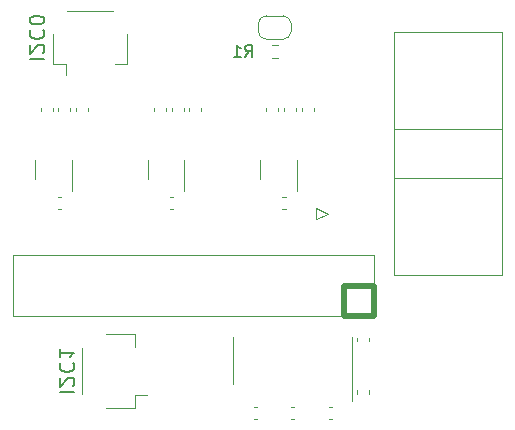
<source format=gbr>
%TF.GenerationSoftware,KiCad,Pcbnew,(6.0.9)*%
%TF.CreationDate,2022-11-26T15:45:46+01:00*%
%TF.ProjectId,h3_extra_ports,68335f65-7874-4726-915f-706f7274732e,rev?*%
%TF.SameCoordinates,Original*%
%TF.FileFunction,Legend,Bot*%
%TF.FilePolarity,Positive*%
%FSLAX46Y46*%
G04 Gerber Fmt 4.6, Leading zero omitted, Abs format (unit mm)*
G04 Created by KiCad (PCBNEW (6.0.9)) date 2022-11-26 15:45:46*
%MOMM*%
%LPD*%
G01*
G04 APERTURE LIST*
%ADD10C,0.500000*%
%ADD11C,0.200000*%
%ADD12C,0.150000*%
%ADD13C,0.120000*%
G04 APERTURE END LIST*
D10*
X186750000Y-74930000D02*
X184150000Y-74930000D01*
X184150000Y-72390000D01*
X186750001Y-72390000D01*
X186750000Y-74930000D01*
D11*
X160089523Y-81444476D02*
X161339523Y-81444476D01*
X161220476Y-80908761D02*
X161280000Y-80849238D01*
X161339523Y-80730190D01*
X161339523Y-80432571D01*
X161280000Y-80313523D01*
X161220476Y-80254000D01*
X161101428Y-80194476D01*
X160982380Y-80194476D01*
X160803809Y-80254000D01*
X160089523Y-80968285D01*
X160089523Y-80194476D01*
X160208571Y-78944476D02*
X160149047Y-79004000D01*
X160089523Y-79182571D01*
X160089523Y-79301619D01*
X160149047Y-79480190D01*
X160268095Y-79599238D01*
X160387142Y-79658761D01*
X160625238Y-79718285D01*
X160803809Y-79718285D01*
X161041904Y-79658761D01*
X161160952Y-79599238D01*
X161280000Y-79480190D01*
X161339523Y-79301619D01*
X161339523Y-79182571D01*
X161280000Y-79004000D01*
X161220476Y-78944476D01*
X160089523Y-77754000D02*
X160089523Y-78468285D01*
X160089523Y-78111142D02*
X161339523Y-78111142D01*
X161160952Y-78230190D01*
X161041904Y-78349238D01*
X160982380Y-78468285D01*
X157549523Y-53250476D02*
X158799523Y-53250476D01*
X158680476Y-52714761D02*
X158740000Y-52655238D01*
X158799523Y-52536190D01*
X158799523Y-52238571D01*
X158740000Y-52119523D01*
X158680476Y-52060000D01*
X158561428Y-52000476D01*
X158442380Y-52000476D01*
X158263809Y-52060000D01*
X157549523Y-52774285D01*
X157549523Y-52000476D01*
X157668571Y-50750476D02*
X157609047Y-50810000D01*
X157549523Y-50988571D01*
X157549523Y-51107619D01*
X157609047Y-51286190D01*
X157728095Y-51405238D01*
X157847142Y-51464761D01*
X158085238Y-51524285D01*
X158263809Y-51524285D01*
X158501904Y-51464761D01*
X158620952Y-51405238D01*
X158740000Y-51286190D01*
X158799523Y-51107619D01*
X158799523Y-50988571D01*
X158740000Y-50810000D01*
X158680476Y-50750476D01*
X158799523Y-49976666D02*
X158799523Y-49857619D01*
X158740000Y-49738571D01*
X158680476Y-49679047D01*
X158561428Y-49619523D01*
X158323333Y-49560000D01*
X158025714Y-49560000D01*
X157787619Y-49619523D01*
X157668571Y-49679047D01*
X157609047Y-49738571D01*
X157549523Y-49857619D01*
X157549523Y-49976666D01*
X157609047Y-50095714D01*
X157668571Y-50155238D01*
X157787619Y-50214761D01*
X158025714Y-50274285D01*
X158323333Y-50274285D01*
X158561428Y-50214761D01*
X158680476Y-50155238D01*
X158740000Y-50095714D01*
X158799523Y-49976666D01*
D12*
%TO.C,R1*%
X175807666Y-53030380D02*
X176141000Y-52554190D01*
X176379095Y-53030380D02*
X176379095Y-52030380D01*
X175998142Y-52030380D01*
X175902904Y-52078000D01*
X175855285Y-52125619D01*
X175807666Y-52220857D01*
X175807666Y-52363714D01*
X175855285Y-52458952D01*
X175902904Y-52506571D01*
X175998142Y-52554190D01*
X176379095Y-52554190D01*
X174855285Y-53030380D02*
X175426714Y-53030380D01*
X175141000Y-53030380D02*
X175141000Y-52030380D01*
X175236238Y-52173238D01*
X175331476Y-52268476D01*
X175426714Y-52316095D01*
D13*
%TO.C,C9*%
X171090000Y-57359420D02*
X171090000Y-57640580D01*
X172110000Y-57359420D02*
X172110000Y-57640580D01*
%TO.C,JP1*%
X179008000Y-49546000D02*
X177608000Y-49546000D01*
X176908000Y-50246000D02*
X176908000Y-50846000D01*
X179708000Y-50846000D02*
X179708000Y-50246000D01*
X177608000Y-51546000D02*
X179008000Y-51546000D01*
X177608000Y-49546000D02*
G75*
G03*
X176908000Y-50246000I0J-700000D01*
G01*
X179708000Y-50246000D02*
G75*
G03*
X179008000Y-49546000I-699999J1D01*
G01*
X179008000Y-51546000D02*
G75*
G03*
X179708000Y-50846000I1J699999D01*
G01*
X176908000Y-50846000D02*
G75*
G03*
X177608000Y-51546000I700000J0D01*
G01*
%TO.C,U2*%
X167540000Y-62600000D02*
X167540000Y-63400000D01*
X167540000Y-62600000D02*
X167540000Y-61800000D01*
X170660000Y-62600000D02*
X170660000Y-64400000D01*
X170660000Y-62600000D02*
X170660000Y-61800000D01*
%TO.C,J9*%
X184150000Y-74990000D02*
X156150000Y-74990000D01*
X186750000Y-74990000D02*
X186750000Y-73660000D01*
X184150000Y-72390000D02*
X186750000Y-72390000D01*
X156150000Y-74990000D02*
X156150000Y-69790000D01*
X186750000Y-69790000D02*
X156150000Y-69790000D01*
X186750000Y-72390000D02*
X186750000Y-69790000D01*
X185420000Y-74990000D02*
X186750000Y-74990000D01*
X184150000Y-74990000D02*
X184150000Y-72390000D01*
%TO.C,C12*%
X159990000Y-57359420D02*
X159990000Y-57640580D01*
X161010000Y-57359420D02*
X161010000Y-57640580D01*
%TO.C,C17*%
X181610000Y-57359420D02*
X181610000Y-57640580D01*
X180590000Y-57359420D02*
X180590000Y-57640580D01*
%TO.C,C2*%
X185291000Y-77102580D02*
X185291000Y-76821420D01*
X186311000Y-77102580D02*
X186311000Y-76821420D01*
%TO.C,C10*%
X160240580Y-65910000D02*
X159959420Y-65910000D01*
X160240580Y-64890000D02*
X159959420Y-64890000D01*
%TO.C,C11*%
X158490000Y-57359420D02*
X158490000Y-57640580D01*
X159510000Y-57359420D02*
X159510000Y-57640580D01*
%TO.C,C15*%
X177590000Y-57359420D02*
X177590000Y-57640580D01*
X178610000Y-57359420D02*
X178610000Y-57640580D01*
%TO.C,U1*%
X184892000Y-78740000D02*
X184892000Y-82190000D01*
X174772000Y-78740000D02*
X174772000Y-80690000D01*
X184892000Y-78740000D02*
X184892000Y-76790000D01*
X174772000Y-78740000D02*
X174772000Y-76790000D01*
%TO.C,U3*%
X158040000Y-62600000D02*
X158040000Y-63400000D01*
X158040000Y-62600000D02*
X158040000Y-61800000D01*
X161160000Y-62600000D02*
X161160000Y-64400000D01*
X161160000Y-62600000D02*
X161160000Y-61800000D01*
%TO.C,C1*%
X183147580Y-82675000D02*
X182866420Y-82675000D01*
X183147580Y-83695000D02*
X182866420Y-83695000D01*
%TO.C,C14*%
X179240580Y-64890000D02*
X178959420Y-64890000D01*
X179240580Y-65910000D02*
X178959420Y-65910000D01*
%TO.C,C7*%
X169110000Y-57359420D02*
X169110000Y-57640580D01*
X168090000Y-57359420D02*
X168090000Y-57640580D01*
%TO.C,U4*%
X177040000Y-62600000D02*
X177040000Y-61800000D01*
X177040000Y-62600000D02*
X177040000Y-63400000D01*
X180160000Y-62600000D02*
X180160000Y-64400000D01*
X180160000Y-62600000D02*
X180160000Y-61800000D01*
%TO.C,C5*%
X176516420Y-83695000D02*
X176797580Y-83695000D01*
X176516420Y-82675000D02*
X176797580Y-82675000D01*
%TO.C,C16*%
X179090000Y-57359420D02*
X179090000Y-57640580D01*
X180110000Y-57359420D02*
X180110000Y-57640580D01*
%TO.C,J5*%
X181817500Y-65794000D02*
X182817500Y-66294000D01*
X181817500Y-66794000D02*
X181817500Y-65794000D01*
X188437500Y-71504000D02*
X197557500Y-71504000D01*
X197557500Y-71504000D02*
X197557500Y-50924000D01*
X182817500Y-66294000D02*
X181817500Y-66794000D01*
X188437500Y-63264000D02*
X197557500Y-63264000D01*
X188437500Y-50924000D02*
X188437500Y-71504000D01*
X188437500Y-59164000D02*
X197557500Y-59164000D01*
X197557500Y-50924000D02*
X188437500Y-50924000D01*
%TO.C,C3*%
X179691420Y-83695000D02*
X179972580Y-83695000D01*
X179691420Y-82675000D02*
X179972580Y-82675000D01*
%TO.C,C4*%
X186310000Y-81547580D02*
X186310000Y-81266420D01*
X185290000Y-81547580D02*
X185290000Y-81266420D01*
%TO.C,R1*%
X178562724Y-53100500D02*
X178053276Y-53100500D01*
X178562724Y-52055500D02*
X178053276Y-52055500D01*
%TO.C,J7*%
X165797000Y-51101000D02*
X165797000Y-53601000D01*
X159577000Y-51101000D02*
X159577000Y-53601000D01*
X159577000Y-53601000D02*
X160627000Y-53601000D01*
X160627000Y-53601000D02*
X160627000Y-54591000D01*
X160747000Y-49131000D02*
X164627000Y-49131000D01*
X165797000Y-53601000D02*
X164747000Y-53601000D01*
%TO.C,C8*%
X169590000Y-57359420D02*
X169590000Y-57640580D01*
X170610000Y-57359420D02*
X170610000Y-57640580D01*
%TO.C,C13*%
X161490000Y-57359420D02*
X161490000Y-57640580D01*
X162510000Y-57359420D02*
X162510000Y-57640580D01*
%TO.C,J8*%
X166504000Y-81689000D02*
X167494000Y-81689000D01*
X166504000Y-76519000D02*
X166504000Y-77569000D01*
X162034000Y-81569000D02*
X162034000Y-77689000D01*
X164004000Y-76519000D02*
X166504000Y-76519000D01*
X166504000Y-82739000D02*
X166504000Y-81689000D01*
X164004000Y-82739000D02*
X166504000Y-82739000D01*
%TO.C,C6*%
X169740580Y-65910000D02*
X169459420Y-65910000D01*
X169740580Y-64890000D02*
X169459420Y-64890000D01*
%TD*%
M02*

</source>
